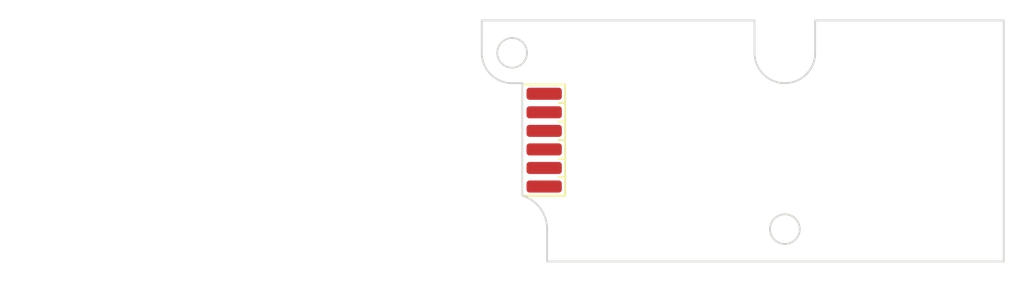
<source format=kicad_pcb>
(kicad_pcb (version 20240108) (generator "pcbnew") (generator_version "8.0")
  (layers (0 "F.Cu" signal) (31 "B.Cu" signal) (34 "B.Paste" user) (35 "F.Paste" user) (36 "B.SilkS" user "B.Silkscreen") (37 "F.SilkS" user "F.Silkscreen") (38 "B.Mask" user) (39 "F.Mask" user) (44 "Edge.Cuts" user))
  (net 0 "")
  (footprint "Medo64:J Edge Header 2.0mm (6w-B)" (layer "F.Cu") (at 23.27 32.9)
    (property "Reference" "J?" (hide yes))
    (property "Value" "2PH1-06-UA" (hide yes))
    (fp_line (start 5.7 -6) (end 1.3 -6) (stroke (width 0.2)) (layer "F.SilkS"))
    (fp_line (start 5.7 -4) (end 5 -4) (stroke (width 0.2)) (layer "F.SilkS"))
    (fp_line (start 5.7 -2) (end 5 -2) (stroke (width 0.2)) (layer "F.SilkS"))
    (fp_line (start 5.7 0) (end 5 0) (stroke (width 0.2)) (layer "F.SilkS"))
    (fp_line (start 5.7 2) (end 5 2) (stroke (width 0.2)) (layer "F.SilkS"))
    (fp_line (start 5.7 4) (end 5 4) (stroke (width 0.2)) (layer "F.SilkS"))
    (fp_line (start 5.7 6) (end 1.3 6) (stroke (width 0.2)) (layer "F.SilkS"))
    (fp_line (start 5.7 6) (end 5.7 -6) (stroke (width 0.2)) (layer "F.SilkS"))
    (pad "1" smd roundrect (at 3.45 -5 180) (size 3.8 1.3) (layers "F.Cu" "F.Paste" "F.Mask"))
    (pad "2" smd roundrect (at 3.45 -3 180) (size 3.8 1.3) (layers "F.Cu" "F.Paste" "F.Mask"))
    (pad "3" smd roundrect (at 3.45 -1 180) (size 3.8 1.3) (layers "F.Cu" "F.Paste" "F.Mask"))
    (pad "4" smd roundrect (at 3.45 1 180) (size 3.8 1.3) (layers "F.Cu" "F.Paste" "F.Mask"))
    (pad "5" smd roundrect (at 3.45 3 180) (size 3.8 1.3) (layers "F.Cu" "F.Paste" "F.Mask"))
    (pad "6" smd roundrect (at 3.45 5 180) (size 3.8 1.3) (layers "F.Cu" "F.Paste" "F.Mask"))
  )
  (gr_line (start 27.04 42.49) (end 27.04 45.98) (stroke (width 0.2)) (layer "Edge.Cuts"))
  (gr_line (start 76.17 45.98) (end 76.17 20) (stroke (width 0.2)) (layer "Edge.Cuts"))
  (gr_line (start 55.88 23.49) (end 55.88 20) (stroke (width 0.2)) (layer "Edge.Cuts"))
  (gr_line (start 55.88 20) (end 76.17 20) (stroke (width 0.2)) (layer "Edge.Cuts"))
  (gr_line (start 20 20) (end 20 23.49) (stroke (width 0.2)) (layer "Edge.Cuts"))
  (gr_line (start 27.04 45.98) (end 76.17 45.98) (stroke (width 0.2)) (layer "Edge.Cuts"))
  (gr_circle (center 23.27 23.49) (end 24.87 23.49) (stroke (width 0.2)) (fill none) (layer "Edge.Cuts"))
  (gr_line (start 24.37 38.89) (end 24.37 26.76) (stroke (width 0.2)) (layer "Edge.Cuts"))
  (gr_circle (center 52.62 42.49) (end 54.22 42.49) (stroke (width 0.2)) (fill none) (layer "Edge.Cuts"))
  (gr_arc (start 55.88 23.49) (mid 52.615 26.755) (end 49.35 23.49) (stroke (width 0.2)) (layer "Edge.Cuts"))
  (gr_arc (start 24.37 38.89) (mid 26.298248 40.250008) (end 27.04 42.49) (stroke (width 0.2)) (layer "Edge.Cuts"))
  (gr_line (start 23.27 26.76) (end 24.37 26.76) (stroke (width 0.2)) (layer "Edge.Cuts"))
  (gr_line (start 20 20) (end 49.35 20) (stroke (width 0.2)) (layer "Edge.Cuts"))
  (gr_line (start 49.35 23.49) (end 49.35 20) (stroke (width 0.2)) (layer "Edge.Cuts"))
  (gr_arc (start 23.27 26.76) (mid 20.957761 25.802239) (end 20 23.49) (stroke (width 0.2)) (layer "Edge.Cuts"))
)
</source>
